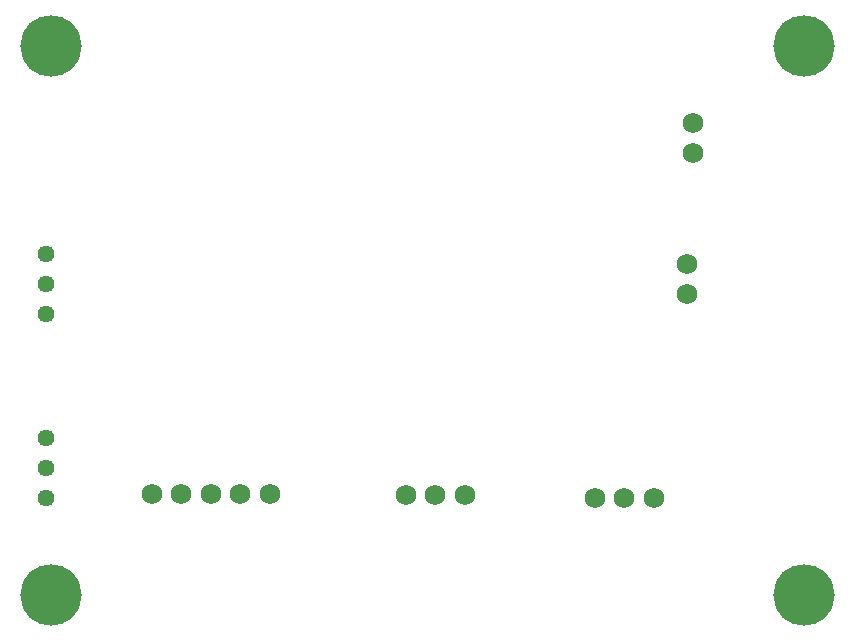
<source format=gbr>
%TF.GenerationSoftware,KiCad,Pcbnew,9.0.4*%
%TF.CreationDate,2025-11-04T22:38:34-06:00*%
%TF.ProjectId,BPSD-2025,42505344-2d32-4303-9235-2e6b69636164,rev?*%
%TF.SameCoordinates,Original*%
%TF.FileFunction,Soldermask,Bot*%
%TF.FilePolarity,Negative*%
%FSLAX46Y46*%
G04 Gerber Fmt 4.6, Leading zero omitted, Abs format (unit mm)*
G04 Created by KiCad (PCBNEW 9.0.4) date 2025-11-04 22:38:34*
%MOMM*%
%LPD*%
G01*
G04 APERTURE LIST*
%ADD10C,1.752600*%
%ADD11C,5.200000*%
%ADD12C,1.440000*%
G04 APERTURE END LIST*
D10*
%TO.C,J4*%
X122258800Y-110964695D03*
X119758800Y-110964695D03*
X117258800Y-110964695D03*
X114758800Y-110964695D03*
X112258800Y-110964695D03*
%TD*%
D11*
%TO.C,REF\u002A\u002A*%
X167500000Y-119507400D03*
%TD*%
%TO.C,REF\u002A\u002A*%
X103750000Y-73000000D03*
%TD*%
D10*
%TO.C,J5*%
X157574095Y-91485400D03*
X157574095Y-93985400D03*
%TD*%
%TO.C,J1*%
X138783400Y-111040895D03*
X136283400Y-111040895D03*
X133783400Y-111040895D03*
%TD*%
D11*
%TO.C,REF\u002A\u002A*%
X103750000Y-119507400D03*
%TD*%
D10*
%TO.C,J3*%
X158107495Y-79547400D03*
X158107495Y-82047400D03*
%TD*%
D12*
%TO.C,RV6*%
X103301800Y-111277400D03*
X103301800Y-108737400D03*
X103301800Y-106197400D03*
%TD*%
D11*
%TO.C,REF\u002A\u002A*%
X167500000Y-73000000D03*
%TD*%
D12*
%TO.C,RV7*%
X103281400Y-95707200D03*
X103281400Y-93167200D03*
X103281400Y-90627200D03*
%TD*%
D10*
%TO.C,J2*%
X154765567Y-111269095D03*
X152265567Y-111269095D03*
X149765567Y-111269095D03*
%TD*%
M02*

</source>
